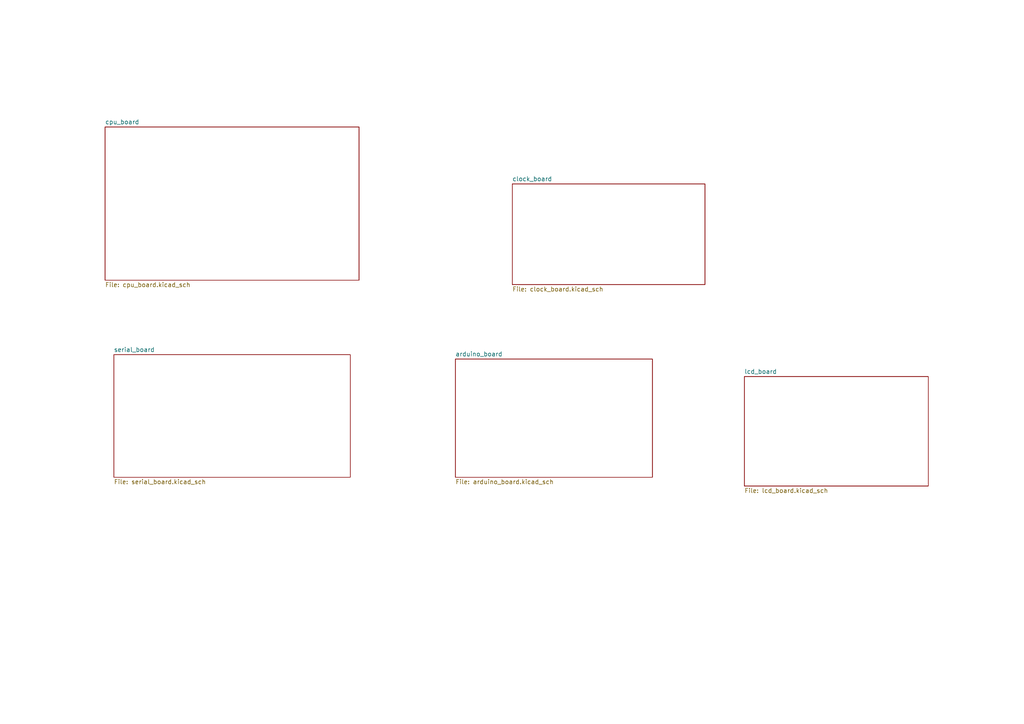
<source format=kicad_sch>
(kicad_sch
	(version 20250114)
	(generator "eeschema")
	(generator_version "9.0")
	(uuid "27fa70ec-70f1-4ec5-9aef-43afe5f03596")
	(paper "A4")
	(lib_symbols)
	(sheet
		(at 148.59 53.34)
		(size 55.88 29.21)
		(exclude_from_sim no)
		(in_bom yes)
		(on_board yes)
		(dnp no)
		(fields_autoplaced yes)
		(stroke
			(width 0.1524)
			(type solid)
		)
		(fill
			(color 0 0 0 0.0000)
		)
		(uuid "1c85a34e-e029-471f-835a-c5cb1e337bcc")
		(property "Sheetname" "clock_board"
			(at 148.59 52.6284 0)
			(effects
				(font
					(size 1.27 1.27)
				)
				(justify left bottom)
			)
		)
		(property "Sheetfile" "clock_board.kicad_sch"
			(at 148.59 83.1346 0)
			(effects
				(font
					(size 1.27 1.27)
				)
				(justify left top)
			)
		)
		(instances
			(project "6502"
				(path "/27fa70ec-70f1-4ec5-9aef-43afe5f03596"
					(page "3")
				)
			)
		)
	)
	(sheet
		(at 215.9 109.22)
		(size 53.34 31.75)
		(exclude_from_sim no)
		(in_bom yes)
		(on_board yes)
		(dnp no)
		(fields_autoplaced yes)
		(stroke
			(width 0.1524)
			(type solid)
		)
		(fill
			(color 0 0 0 0.0000)
		)
		(uuid "1d965ac9-0bec-4308-b34c-251844cc958f")
		(property "Sheetname" "lcd_board"
			(at 215.9 108.5084 0)
			(effects
				(font
					(size 1.27 1.27)
				)
				(justify left bottom)
			)
		)
		(property "Sheetfile" "lcd_board.kicad_sch"
			(at 215.9 141.5546 0)
			(effects
				(font
					(size 1.27 1.27)
				)
				(justify left top)
			)
		)
		(instances
			(project "6502"
				(path "/27fa70ec-70f1-4ec5-9aef-43afe5f03596"
					(page "6")
				)
			)
		)
	)
	(sheet
		(at 30.48 36.83)
		(size 73.66 44.45)
		(exclude_from_sim no)
		(in_bom yes)
		(on_board yes)
		(dnp no)
		(fields_autoplaced yes)
		(stroke
			(width 0.1524)
			(type solid)
		)
		(fill
			(color 0 0 0 0.0000)
		)
		(uuid "84677476-d952-4526-bbdb-640c00b36086")
		(property "Sheetname" "cpu_board"
			(at 30.48 36.1184 0)
			(effects
				(font
					(size 1.27 1.27)
				)
				(justify left bottom)
			)
		)
		(property "Sheetfile" "cpu_board.kicad_sch"
			(at 30.48 81.8646 0)
			(effects
				(font
					(size 1.27 1.27)
				)
				(justify left top)
			)
		)
		(instances
			(project "6502"
				(path "/27fa70ec-70f1-4ec5-9aef-43afe5f03596"
					(page "2")
				)
			)
		)
	)
	(sheet
		(at 132.08 104.14)
		(size 57.15 34.29)
		(exclude_from_sim no)
		(in_bom yes)
		(on_board yes)
		(dnp no)
		(fields_autoplaced yes)
		(stroke
			(width 0.1524)
			(type solid)
		)
		(fill
			(color 0 0 0 0.0000)
		)
		(uuid "e6c14eea-6ae8-44d4-9ce7-edf7fac74b1a")
		(property "Sheetname" "arduino_board"
			(at 132.08 103.4284 0)
			(effects
				(font
					(size 1.27 1.27)
				)
				(justify left bottom)
			)
		)
		(property "Sheetfile" "arduino_board.kicad_sch"
			(at 132.08 139.0146 0)
			(effects
				(font
					(size 1.27 1.27)
				)
				(justify left top)
			)
		)
		(instances
			(project "6502"
				(path "/27fa70ec-70f1-4ec5-9aef-43afe5f03596"
					(page "4")
				)
			)
		)
	)
	(sheet
		(at 33.02 102.87)
		(size 68.58 35.56)
		(exclude_from_sim no)
		(in_bom yes)
		(on_board yes)
		(dnp no)
		(fields_autoplaced yes)
		(stroke
			(width 0.1524)
			(type solid)
		)
		(fill
			(color 0 0 0 0.0000)
		)
		(uuid "ebd50b7c-771d-43af-8f30-908c96e17caf")
		(property "Sheetname" "serial_board"
			(at 33.02 102.1584 0)
			(effects
				(font
					(size 1.27 1.27)
				)
				(justify left bottom)
			)
		)
		(property "Sheetfile" "serial_board.kicad_sch"
			(at 33.02 139.0146 0)
			(effects
				(font
					(size 1.27 1.27)
				)
				(justify left top)
			)
		)
		(instances
			(project "6502"
				(path "/27fa70ec-70f1-4ec5-9aef-43afe5f03596"
					(page "5")
				)
			)
		)
	)
	(sheet_instances
		(path "/"
			(page "1")
		)
	)
	(embedded_fonts no)
)

</source>
